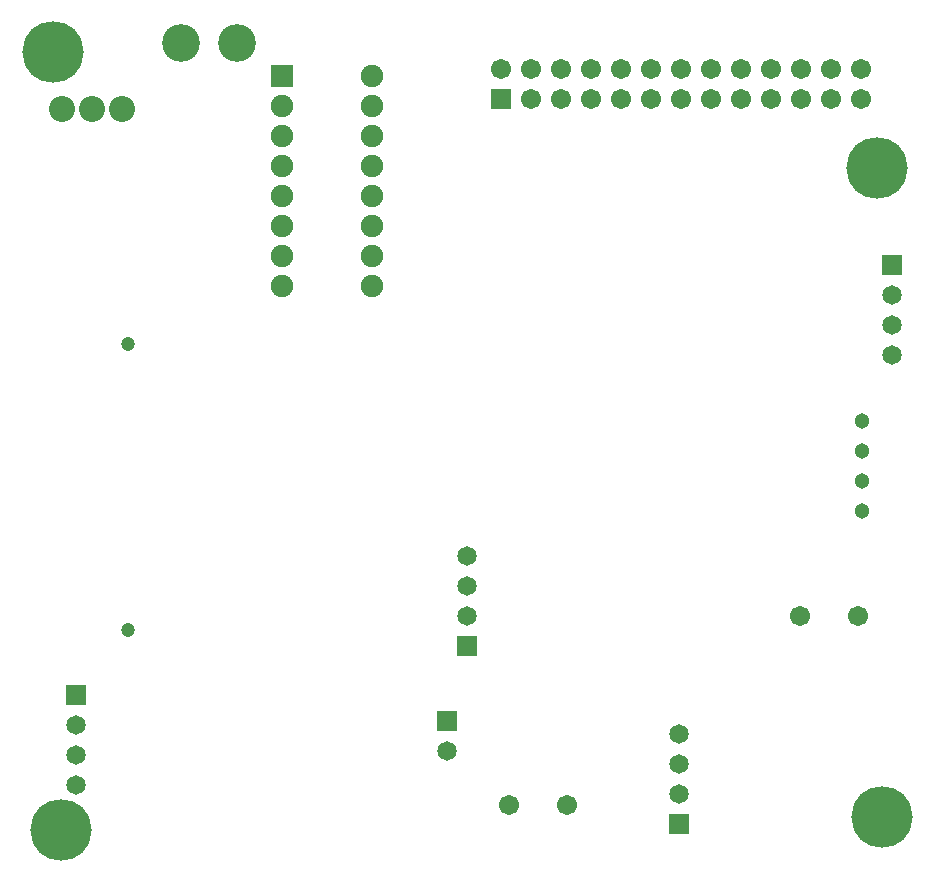
<source format=gbs>
G04 Layer_Color=16711935*
%FSLAX25Y25*%
%MOIN*%
G70*
G01*
G75*
%ADD88C,0.20485*%
%ADD89C,0.06512*%
%ADD90R,0.06512X0.06512*%
%ADD91C,0.12614*%
%ADD92C,0.08677*%
%ADD93C,0.07496*%
%ADD94R,0.07496X0.07496*%
%ADD95C,0.06709*%
%ADD96R,0.06709X0.06709*%
%ADD97C,0.05134*%
%ADD98C,0.04740*%
D88*
X-288500Y273700D02*
D03*
X-12100Y18600D02*
D03*
X-14000Y234800D02*
D03*
X-285900Y14200D02*
D03*
D89*
X-150400Y105700D02*
D03*
Y95700D02*
D03*
Y85700D02*
D03*
X-79700Y46300D02*
D03*
Y36300D02*
D03*
Y26300D02*
D03*
X-157300Y40700D02*
D03*
X-280800Y29200D02*
D03*
Y39200D02*
D03*
Y49200D02*
D03*
X-8800Y172700D02*
D03*
Y182700D02*
D03*
Y192700D02*
D03*
D90*
X-150400Y75700D02*
D03*
X-79700Y16300D02*
D03*
X-157300Y50700D02*
D03*
X-280800Y59200D02*
D03*
X-8800Y202700D02*
D03*
D91*
X-245700Y276500D02*
D03*
X-227300D02*
D03*
D92*
X-275500Y254650D02*
D03*
X-265657D02*
D03*
X-285343D02*
D03*
D93*
X-182200Y195500D02*
D03*
Y205500D02*
D03*
Y215500D02*
D03*
Y225500D02*
D03*
Y235500D02*
D03*
Y245500D02*
D03*
Y255500D02*
D03*
Y265500D02*
D03*
X-212200Y195500D02*
D03*
Y205500D02*
D03*
Y215500D02*
D03*
Y225500D02*
D03*
Y235500D02*
D03*
Y245500D02*
D03*
Y255500D02*
D03*
D94*
Y265500D02*
D03*
D95*
X-19100Y267800D02*
D03*
Y257800D02*
D03*
X-29100Y267800D02*
D03*
Y257800D02*
D03*
X-39100Y267800D02*
D03*
Y257800D02*
D03*
X-49100Y267800D02*
D03*
Y257800D02*
D03*
X-59100Y267800D02*
D03*
Y257800D02*
D03*
X-69100Y267800D02*
D03*
Y257800D02*
D03*
X-79100Y267800D02*
D03*
Y257800D02*
D03*
X-89100Y267800D02*
D03*
Y257800D02*
D03*
X-99100Y267800D02*
D03*
Y257800D02*
D03*
X-109100Y267800D02*
D03*
Y257800D02*
D03*
X-119100Y267800D02*
D03*
Y257800D02*
D03*
X-129100Y267800D02*
D03*
Y257800D02*
D03*
X-139100Y267800D02*
D03*
X-117194Y22700D02*
D03*
X-136406D02*
D03*
X-20194Y85700D02*
D03*
X-39406D02*
D03*
D96*
X-139100Y257800D02*
D03*
D97*
X-18800Y120700D02*
D03*
Y130700D02*
D03*
Y140700D02*
D03*
Y150700D02*
D03*
D98*
X-263516Y81062D02*
D03*
Y176338D02*
D03*
M02*

</source>
